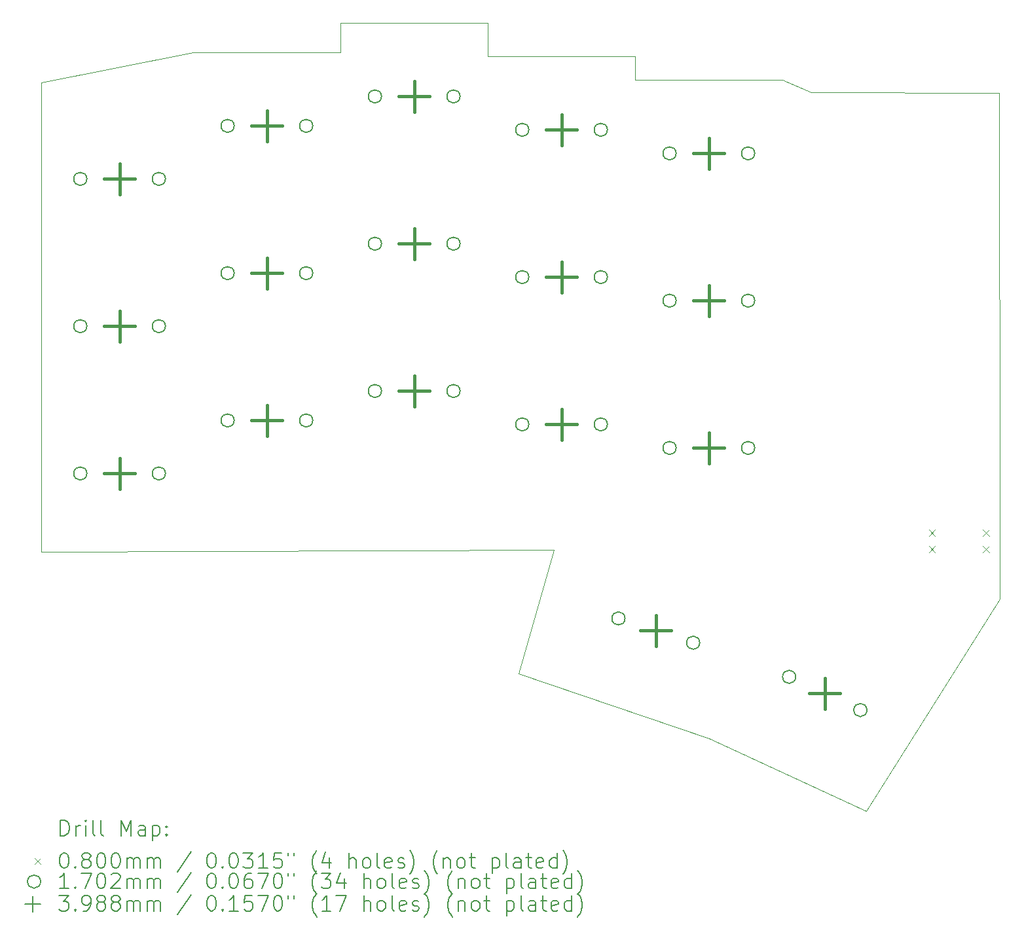
<source format=gbr>
%FSLAX45Y45*%
G04 Gerber Fmt 4.5, Leading zero omitted, Abs format (unit mm)*
G04 Created by KiCad (PCBNEW (6.0.4)) date 2022-11-15 10:20:31*
%MOMM*%
%LPD*%
G01*
G04 APERTURE LIST*
%TA.AperFunction,Profile*%
%ADD10C,0.100000*%
%TD*%
%ADD11C,0.200000*%
%ADD12C,0.080000*%
%ADD13C,0.170180*%
%ADD14C,0.398780*%
G04 APERTURE END LIST*
D10*
X12010894Y-13568238D02*
X14474694Y-14406438D01*
X11617094Y-5148238D02*
X9712094Y-5149238D01*
X9712094Y-5149238D02*
X9711094Y-5528238D01*
X18228094Y-6058238D02*
X18233894Y-11358438D01*
X11618094Y-5579238D02*
X11617094Y-5148238D01*
X15795494Y-6049838D02*
X15429094Y-5884238D01*
X18233894Y-12603038D02*
X18233894Y-11358438D01*
X13523094Y-5581238D02*
X11618094Y-5579238D01*
X9711094Y-5528238D02*
X7807094Y-5529238D01*
X13521094Y-5883238D02*
X13523094Y-5581238D01*
X14474694Y-14406438D02*
X16506694Y-15346238D01*
X16506694Y-15346238D02*
X18233894Y-12603038D01*
X7807094Y-5529238D02*
X5838694Y-5922838D01*
X5838694Y-11993438D02*
X12468094Y-11968038D01*
X5838694Y-5922838D02*
X5838694Y-11993438D01*
X15429094Y-5884238D02*
X13521094Y-5883238D01*
X12468094Y-11968038D02*
X12010894Y-13568238D01*
X15795494Y-6049838D02*
X18228094Y-6058238D01*
D11*
D12*
X17320344Y-11705238D02*
X17400344Y-11785238D01*
X17400344Y-11705238D02*
X17320344Y-11785238D01*
X17320344Y-11915238D02*
X17400344Y-11995238D01*
X17400344Y-11915238D02*
X17320344Y-11995238D01*
X18020344Y-11705238D02*
X18100344Y-11785238D01*
X18100344Y-11705238D02*
X18020344Y-11785238D01*
X18020344Y-11915238D02*
X18100344Y-11995238D01*
X18100344Y-11915238D02*
X18020344Y-11995238D01*
D13*
X6431784Y-7167438D02*
G75*
G03*
X6431784Y-7167438I-85090J0D01*
G01*
X6431784Y-9072438D02*
G75*
G03*
X6431784Y-9072438I-85090J0D01*
G01*
X6431784Y-10977438D02*
G75*
G03*
X6431784Y-10977438I-85090J0D01*
G01*
X7447784Y-7167438D02*
G75*
G03*
X7447784Y-7167438I-85090J0D01*
G01*
X7447784Y-9072438D02*
G75*
G03*
X7447784Y-9072438I-85090J0D01*
G01*
X7447784Y-10977438D02*
G75*
G03*
X7447784Y-10977438I-85090J0D01*
G01*
X8336784Y-6481638D02*
G75*
G03*
X8336784Y-6481638I-85090J0D01*
G01*
X8336784Y-8386638D02*
G75*
G03*
X8336784Y-8386638I-85090J0D01*
G01*
X8336784Y-10291638D02*
G75*
G03*
X8336784Y-10291638I-85090J0D01*
G01*
X9352784Y-6481638D02*
G75*
G03*
X9352784Y-6481638I-85090J0D01*
G01*
X9352784Y-8386638D02*
G75*
G03*
X9352784Y-8386638I-85090J0D01*
G01*
X9352784Y-10291638D02*
G75*
G03*
X9352784Y-10291638I-85090J0D01*
G01*
X10241784Y-6100638D02*
G75*
G03*
X10241784Y-6100638I-85090J0D01*
G01*
X10241784Y-8005638D02*
G75*
G03*
X10241784Y-8005638I-85090J0D01*
G01*
X10241784Y-9910638D02*
G75*
G03*
X10241784Y-9910638I-85090J0D01*
G01*
X11257784Y-6100638D02*
G75*
G03*
X11257784Y-6100638I-85090J0D01*
G01*
X11257784Y-8005638D02*
G75*
G03*
X11257784Y-8005638I-85090J0D01*
G01*
X11257784Y-9910638D02*
G75*
G03*
X11257784Y-9910638I-85090J0D01*
G01*
X12146784Y-6532438D02*
G75*
G03*
X12146784Y-6532438I-85090J0D01*
G01*
X12146784Y-8437438D02*
G75*
G03*
X12146784Y-8437438I-85090J0D01*
G01*
X12146784Y-10342438D02*
G75*
G03*
X12146784Y-10342438I-85090J0D01*
G01*
X13162784Y-6532438D02*
G75*
G03*
X13162784Y-6532438I-85090J0D01*
G01*
X13162784Y-8437438D02*
G75*
G03*
X13162784Y-8437438I-85090J0D01*
G01*
X13162784Y-10342438D02*
G75*
G03*
X13162784Y-10342438I-85090J0D01*
G01*
X13390848Y-12852457D02*
G75*
G03*
X13390848Y-12852457I-85090J0D01*
G01*
X14051784Y-6837238D02*
G75*
G03*
X14051784Y-6837238I-85090J0D01*
G01*
X14051784Y-8742238D02*
G75*
G03*
X14051784Y-8742238I-85090J0D01*
G01*
X14051784Y-10647238D02*
G75*
G03*
X14051784Y-10647238I-85090J0D01*
G01*
X14357121Y-13166418D02*
G75*
G03*
X14357121Y-13166418I-85090J0D01*
G01*
X15067784Y-6837238D02*
G75*
G03*
X15067784Y-6837238I-85090J0D01*
G01*
X15067784Y-8742238D02*
G75*
G03*
X15067784Y-8742238I-85090J0D01*
G01*
X15067784Y-10647238D02*
G75*
G03*
X15067784Y-10647238I-85090J0D01*
G01*
X15597980Y-13607548D02*
G75*
G03*
X15597980Y-13607548I-85090J0D01*
G01*
X16518789Y-14036928D02*
G75*
G03*
X16518789Y-14036928I-85090J0D01*
G01*
D14*
X6854694Y-6968048D02*
X6854694Y-7366828D01*
X6655304Y-7167438D02*
X7054084Y-7167438D01*
X6854694Y-8873048D02*
X6854694Y-9271828D01*
X6655304Y-9072438D02*
X7054084Y-9072438D01*
X6854694Y-10778048D02*
X6854694Y-11176828D01*
X6655304Y-10977438D02*
X7054084Y-10977438D01*
X8759694Y-6282248D02*
X8759694Y-6681028D01*
X8560304Y-6481638D02*
X8959084Y-6481638D01*
X8759694Y-8187248D02*
X8759694Y-8586028D01*
X8560304Y-8386638D02*
X8959084Y-8386638D01*
X8759694Y-10092248D02*
X8759694Y-10491028D01*
X8560304Y-10291638D02*
X8959084Y-10291638D01*
X10664694Y-5901248D02*
X10664694Y-6300028D01*
X10465304Y-6100638D02*
X10864084Y-6100638D01*
X10664694Y-7806248D02*
X10664694Y-8205028D01*
X10465304Y-8005638D02*
X10864084Y-8005638D01*
X10664694Y-9711248D02*
X10664694Y-10110028D01*
X10465304Y-9910638D02*
X10864084Y-9910638D01*
X12569694Y-6333048D02*
X12569694Y-6731828D01*
X12370304Y-6532438D02*
X12769084Y-6532438D01*
X12569694Y-8238048D02*
X12569694Y-8636828D01*
X12370304Y-8437438D02*
X12769084Y-8437438D01*
X12569694Y-10143048D02*
X12569694Y-10541828D01*
X12370304Y-10342438D02*
X12769084Y-10342438D01*
X13788894Y-12810048D02*
X13788894Y-13208828D01*
X13589504Y-13009438D02*
X13988284Y-13009438D01*
X14474694Y-6637848D02*
X14474694Y-7036628D01*
X14275304Y-6837238D02*
X14674084Y-6837238D01*
X14474694Y-8542848D02*
X14474694Y-8941628D01*
X14275304Y-8742238D02*
X14674084Y-8742238D01*
X14474694Y-10447848D02*
X14474694Y-10846628D01*
X14275304Y-10647238D02*
X14674084Y-10647238D01*
X15973294Y-13622848D02*
X15973294Y-14021628D01*
X15773904Y-13822238D02*
X16172684Y-13822238D01*
D11*
X6091313Y-15661714D02*
X6091313Y-15461714D01*
X6138932Y-15461714D01*
X6167504Y-15471238D01*
X6186551Y-15490285D01*
X6196075Y-15509333D01*
X6205599Y-15547428D01*
X6205599Y-15576000D01*
X6196075Y-15614095D01*
X6186551Y-15633143D01*
X6167504Y-15652190D01*
X6138932Y-15661714D01*
X6091313Y-15661714D01*
X6291313Y-15661714D02*
X6291313Y-15528381D01*
X6291313Y-15566476D02*
X6300837Y-15547428D01*
X6310361Y-15537904D01*
X6329408Y-15528381D01*
X6348456Y-15528381D01*
X6415123Y-15661714D02*
X6415123Y-15528381D01*
X6415123Y-15461714D02*
X6405599Y-15471238D01*
X6415123Y-15480762D01*
X6424647Y-15471238D01*
X6415123Y-15461714D01*
X6415123Y-15480762D01*
X6538932Y-15661714D02*
X6519885Y-15652190D01*
X6510361Y-15633143D01*
X6510361Y-15461714D01*
X6643694Y-15661714D02*
X6624647Y-15652190D01*
X6615123Y-15633143D01*
X6615123Y-15461714D01*
X6872266Y-15661714D02*
X6872266Y-15461714D01*
X6938932Y-15604571D01*
X7005599Y-15461714D01*
X7005599Y-15661714D01*
X7186551Y-15661714D02*
X7186551Y-15556952D01*
X7177028Y-15537904D01*
X7157980Y-15528381D01*
X7119885Y-15528381D01*
X7100837Y-15537904D01*
X7186551Y-15652190D02*
X7167504Y-15661714D01*
X7119885Y-15661714D01*
X7100837Y-15652190D01*
X7091313Y-15633143D01*
X7091313Y-15614095D01*
X7100837Y-15595047D01*
X7119885Y-15585524D01*
X7167504Y-15585524D01*
X7186551Y-15576000D01*
X7281789Y-15528381D02*
X7281789Y-15728381D01*
X7281789Y-15537904D02*
X7300837Y-15528381D01*
X7338932Y-15528381D01*
X7357980Y-15537904D01*
X7367504Y-15547428D01*
X7377028Y-15566476D01*
X7377028Y-15623619D01*
X7367504Y-15642666D01*
X7357980Y-15652190D01*
X7338932Y-15661714D01*
X7300837Y-15661714D01*
X7281789Y-15652190D01*
X7462742Y-15642666D02*
X7472266Y-15652190D01*
X7462742Y-15661714D01*
X7453218Y-15652190D01*
X7462742Y-15642666D01*
X7462742Y-15661714D01*
X7462742Y-15537904D02*
X7472266Y-15547428D01*
X7462742Y-15556952D01*
X7453218Y-15547428D01*
X7462742Y-15537904D01*
X7462742Y-15556952D01*
D12*
X5753694Y-15951238D02*
X5833694Y-16031238D01*
X5833694Y-15951238D02*
X5753694Y-16031238D01*
D11*
X6129408Y-15881714D02*
X6148456Y-15881714D01*
X6167504Y-15891238D01*
X6177028Y-15900762D01*
X6186551Y-15919809D01*
X6196075Y-15957904D01*
X6196075Y-16005524D01*
X6186551Y-16043619D01*
X6177028Y-16062666D01*
X6167504Y-16072190D01*
X6148456Y-16081714D01*
X6129408Y-16081714D01*
X6110361Y-16072190D01*
X6100837Y-16062666D01*
X6091313Y-16043619D01*
X6081789Y-16005524D01*
X6081789Y-15957904D01*
X6091313Y-15919809D01*
X6100837Y-15900762D01*
X6110361Y-15891238D01*
X6129408Y-15881714D01*
X6281789Y-16062666D02*
X6291313Y-16072190D01*
X6281789Y-16081714D01*
X6272266Y-16072190D01*
X6281789Y-16062666D01*
X6281789Y-16081714D01*
X6405599Y-15967428D02*
X6386551Y-15957904D01*
X6377028Y-15948381D01*
X6367504Y-15929333D01*
X6367504Y-15919809D01*
X6377028Y-15900762D01*
X6386551Y-15891238D01*
X6405599Y-15881714D01*
X6443694Y-15881714D01*
X6462742Y-15891238D01*
X6472266Y-15900762D01*
X6481789Y-15919809D01*
X6481789Y-15929333D01*
X6472266Y-15948381D01*
X6462742Y-15957904D01*
X6443694Y-15967428D01*
X6405599Y-15967428D01*
X6386551Y-15976952D01*
X6377028Y-15986476D01*
X6367504Y-16005524D01*
X6367504Y-16043619D01*
X6377028Y-16062666D01*
X6386551Y-16072190D01*
X6405599Y-16081714D01*
X6443694Y-16081714D01*
X6462742Y-16072190D01*
X6472266Y-16062666D01*
X6481789Y-16043619D01*
X6481789Y-16005524D01*
X6472266Y-15986476D01*
X6462742Y-15976952D01*
X6443694Y-15967428D01*
X6605599Y-15881714D02*
X6624647Y-15881714D01*
X6643694Y-15891238D01*
X6653218Y-15900762D01*
X6662742Y-15919809D01*
X6672266Y-15957904D01*
X6672266Y-16005524D01*
X6662742Y-16043619D01*
X6653218Y-16062666D01*
X6643694Y-16072190D01*
X6624647Y-16081714D01*
X6605599Y-16081714D01*
X6586551Y-16072190D01*
X6577028Y-16062666D01*
X6567504Y-16043619D01*
X6557980Y-16005524D01*
X6557980Y-15957904D01*
X6567504Y-15919809D01*
X6577028Y-15900762D01*
X6586551Y-15891238D01*
X6605599Y-15881714D01*
X6796075Y-15881714D02*
X6815123Y-15881714D01*
X6834170Y-15891238D01*
X6843694Y-15900762D01*
X6853218Y-15919809D01*
X6862742Y-15957904D01*
X6862742Y-16005524D01*
X6853218Y-16043619D01*
X6843694Y-16062666D01*
X6834170Y-16072190D01*
X6815123Y-16081714D01*
X6796075Y-16081714D01*
X6777028Y-16072190D01*
X6767504Y-16062666D01*
X6757980Y-16043619D01*
X6748456Y-16005524D01*
X6748456Y-15957904D01*
X6757980Y-15919809D01*
X6767504Y-15900762D01*
X6777028Y-15891238D01*
X6796075Y-15881714D01*
X6948456Y-16081714D02*
X6948456Y-15948381D01*
X6948456Y-15967428D02*
X6957980Y-15957904D01*
X6977028Y-15948381D01*
X7005599Y-15948381D01*
X7024647Y-15957904D01*
X7034170Y-15976952D01*
X7034170Y-16081714D01*
X7034170Y-15976952D02*
X7043694Y-15957904D01*
X7062742Y-15948381D01*
X7091313Y-15948381D01*
X7110361Y-15957904D01*
X7119885Y-15976952D01*
X7119885Y-16081714D01*
X7215123Y-16081714D02*
X7215123Y-15948381D01*
X7215123Y-15967428D02*
X7224647Y-15957904D01*
X7243694Y-15948381D01*
X7272266Y-15948381D01*
X7291313Y-15957904D01*
X7300837Y-15976952D01*
X7300837Y-16081714D01*
X7300837Y-15976952D02*
X7310361Y-15957904D01*
X7329408Y-15948381D01*
X7357980Y-15948381D01*
X7377028Y-15957904D01*
X7386551Y-15976952D01*
X7386551Y-16081714D01*
X7777028Y-15872190D02*
X7605599Y-16129333D01*
X8034170Y-15881714D02*
X8053218Y-15881714D01*
X8072266Y-15891238D01*
X8081789Y-15900762D01*
X8091313Y-15919809D01*
X8100837Y-15957904D01*
X8100837Y-16005524D01*
X8091313Y-16043619D01*
X8081789Y-16062666D01*
X8072266Y-16072190D01*
X8053218Y-16081714D01*
X8034170Y-16081714D01*
X8015123Y-16072190D01*
X8005599Y-16062666D01*
X7996075Y-16043619D01*
X7986551Y-16005524D01*
X7986551Y-15957904D01*
X7996075Y-15919809D01*
X8005599Y-15900762D01*
X8015123Y-15891238D01*
X8034170Y-15881714D01*
X8186551Y-16062666D02*
X8196075Y-16072190D01*
X8186551Y-16081714D01*
X8177028Y-16072190D01*
X8186551Y-16062666D01*
X8186551Y-16081714D01*
X8319885Y-15881714D02*
X8338932Y-15881714D01*
X8357980Y-15891238D01*
X8367504Y-15900762D01*
X8377028Y-15919809D01*
X8386551Y-15957904D01*
X8386551Y-16005524D01*
X8377028Y-16043619D01*
X8367504Y-16062666D01*
X8357980Y-16072190D01*
X8338932Y-16081714D01*
X8319885Y-16081714D01*
X8300837Y-16072190D01*
X8291313Y-16062666D01*
X8281789Y-16043619D01*
X8272266Y-16005524D01*
X8272266Y-15957904D01*
X8281789Y-15919809D01*
X8291313Y-15900762D01*
X8300837Y-15891238D01*
X8319885Y-15881714D01*
X8453218Y-15881714D02*
X8577028Y-15881714D01*
X8510361Y-15957904D01*
X8538932Y-15957904D01*
X8557980Y-15967428D01*
X8567504Y-15976952D01*
X8577028Y-15996000D01*
X8577028Y-16043619D01*
X8567504Y-16062666D01*
X8557980Y-16072190D01*
X8538932Y-16081714D01*
X8481790Y-16081714D01*
X8462742Y-16072190D01*
X8453218Y-16062666D01*
X8767504Y-16081714D02*
X8653218Y-16081714D01*
X8710361Y-16081714D02*
X8710361Y-15881714D01*
X8691313Y-15910285D01*
X8672266Y-15929333D01*
X8653218Y-15938857D01*
X8948456Y-15881714D02*
X8853218Y-15881714D01*
X8843694Y-15976952D01*
X8853218Y-15967428D01*
X8872266Y-15957904D01*
X8919885Y-15957904D01*
X8938932Y-15967428D01*
X8948456Y-15976952D01*
X8957980Y-15996000D01*
X8957980Y-16043619D01*
X8948456Y-16062666D01*
X8938932Y-16072190D01*
X8919885Y-16081714D01*
X8872266Y-16081714D01*
X8853218Y-16072190D01*
X8843694Y-16062666D01*
X9034170Y-15881714D02*
X9034170Y-15919809D01*
X9110361Y-15881714D02*
X9110361Y-15919809D01*
X9405599Y-16157904D02*
X9396075Y-16148381D01*
X9377028Y-16119809D01*
X9367504Y-16100762D01*
X9357980Y-16072190D01*
X9348456Y-16024571D01*
X9348456Y-15986476D01*
X9357980Y-15938857D01*
X9367504Y-15910285D01*
X9377028Y-15891238D01*
X9396075Y-15862666D01*
X9405599Y-15853143D01*
X9567504Y-15948381D02*
X9567504Y-16081714D01*
X9519885Y-15872190D02*
X9472266Y-16015047D01*
X9596075Y-16015047D01*
X9824647Y-16081714D02*
X9824647Y-15881714D01*
X9910361Y-16081714D02*
X9910361Y-15976952D01*
X9900837Y-15957904D01*
X9881790Y-15948381D01*
X9853218Y-15948381D01*
X9834170Y-15957904D01*
X9824647Y-15967428D01*
X10034170Y-16081714D02*
X10015123Y-16072190D01*
X10005599Y-16062666D01*
X9996075Y-16043619D01*
X9996075Y-15986476D01*
X10005599Y-15967428D01*
X10015123Y-15957904D01*
X10034170Y-15948381D01*
X10062742Y-15948381D01*
X10081790Y-15957904D01*
X10091313Y-15967428D01*
X10100837Y-15986476D01*
X10100837Y-16043619D01*
X10091313Y-16062666D01*
X10081790Y-16072190D01*
X10062742Y-16081714D01*
X10034170Y-16081714D01*
X10215123Y-16081714D02*
X10196075Y-16072190D01*
X10186551Y-16053143D01*
X10186551Y-15881714D01*
X10367504Y-16072190D02*
X10348456Y-16081714D01*
X10310361Y-16081714D01*
X10291313Y-16072190D01*
X10281790Y-16053143D01*
X10281790Y-15976952D01*
X10291313Y-15957904D01*
X10310361Y-15948381D01*
X10348456Y-15948381D01*
X10367504Y-15957904D01*
X10377028Y-15976952D01*
X10377028Y-15996000D01*
X10281790Y-16015047D01*
X10453218Y-16072190D02*
X10472266Y-16081714D01*
X10510361Y-16081714D01*
X10529409Y-16072190D01*
X10538932Y-16053143D01*
X10538932Y-16043619D01*
X10529409Y-16024571D01*
X10510361Y-16015047D01*
X10481790Y-16015047D01*
X10462742Y-16005524D01*
X10453218Y-15986476D01*
X10453218Y-15976952D01*
X10462742Y-15957904D01*
X10481790Y-15948381D01*
X10510361Y-15948381D01*
X10529409Y-15957904D01*
X10605599Y-16157904D02*
X10615123Y-16148381D01*
X10634170Y-16119809D01*
X10643694Y-16100762D01*
X10653218Y-16072190D01*
X10662742Y-16024571D01*
X10662742Y-15986476D01*
X10653218Y-15938857D01*
X10643694Y-15910285D01*
X10634170Y-15891238D01*
X10615123Y-15862666D01*
X10605599Y-15853143D01*
X10967504Y-16157904D02*
X10957980Y-16148381D01*
X10938932Y-16119809D01*
X10929409Y-16100762D01*
X10919885Y-16072190D01*
X10910361Y-16024571D01*
X10910361Y-15986476D01*
X10919885Y-15938857D01*
X10929409Y-15910285D01*
X10938932Y-15891238D01*
X10957980Y-15862666D01*
X10967504Y-15853143D01*
X11043694Y-15948381D02*
X11043694Y-16081714D01*
X11043694Y-15967428D02*
X11053218Y-15957904D01*
X11072266Y-15948381D01*
X11100837Y-15948381D01*
X11119885Y-15957904D01*
X11129409Y-15976952D01*
X11129409Y-16081714D01*
X11253218Y-16081714D02*
X11234170Y-16072190D01*
X11224647Y-16062666D01*
X11215123Y-16043619D01*
X11215123Y-15986476D01*
X11224647Y-15967428D01*
X11234170Y-15957904D01*
X11253218Y-15948381D01*
X11281789Y-15948381D01*
X11300837Y-15957904D01*
X11310361Y-15967428D01*
X11319885Y-15986476D01*
X11319885Y-16043619D01*
X11310361Y-16062666D01*
X11300837Y-16072190D01*
X11281789Y-16081714D01*
X11253218Y-16081714D01*
X11377028Y-15948381D02*
X11453218Y-15948381D01*
X11405599Y-15881714D02*
X11405599Y-16053143D01*
X11415123Y-16072190D01*
X11434170Y-16081714D01*
X11453218Y-16081714D01*
X11672266Y-15948381D02*
X11672266Y-16148381D01*
X11672266Y-15957904D02*
X11691313Y-15948381D01*
X11729408Y-15948381D01*
X11748456Y-15957904D01*
X11757980Y-15967428D01*
X11767504Y-15986476D01*
X11767504Y-16043619D01*
X11757980Y-16062666D01*
X11748456Y-16072190D01*
X11729408Y-16081714D01*
X11691313Y-16081714D01*
X11672266Y-16072190D01*
X11881789Y-16081714D02*
X11862742Y-16072190D01*
X11853218Y-16053143D01*
X11853218Y-15881714D01*
X12043694Y-16081714D02*
X12043694Y-15976952D01*
X12034170Y-15957904D01*
X12015123Y-15948381D01*
X11977028Y-15948381D01*
X11957980Y-15957904D01*
X12043694Y-16072190D02*
X12024647Y-16081714D01*
X11977028Y-16081714D01*
X11957980Y-16072190D01*
X11948456Y-16053143D01*
X11948456Y-16034095D01*
X11957980Y-16015047D01*
X11977028Y-16005524D01*
X12024647Y-16005524D01*
X12043694Y-15996000D01*
X12110361Y-15948381D02*
X12186551Y-15948381D01*
X12138932Y-15881714D02*
X12138932Y-16053143D01*
X12148456Y-16072190D01*
X12167504Y-16081714D01*
X12186551Y-16081714D01*
X12329408Y-16072190D02*
X12310361Y-16081714D01*
X12272266Y-16081714D01*
X12253218Y-16072190D01*
X12243694Y-16053143D01*
X12243694Y-15976952D01*
X12253218Y-15957904D01*
X12272266Y-15948381D01*
X12310361Y-15948381D01*
X12329408Y-15957904D01*
X12338932Y-15976952D01*
X12338932Y-15996000D01*
X12243694Y-16015047D01*
X12510361Y-16081714D02*
X12510361Y-15881714D01*
X12510361Y-16072190D02*
X12491313Y-16081714D01*
X12453218Y-16081714D01*
X12434170Y-16072190D01*
X12424647Y-16062666D01*
X12415123Y-16043619D01*
X12415123Y-15986476D01*
X12424647Y-15967428D01*
X12434170Y-15957904D01*
X12453218Y-15948381D01*
X12491313Y-15948381D01*
X12510361Y-15957904D01*
X12586551Y-16157904D02*
X12596075Y-16148381D01*
X12615123Y-16119809D01*
X12624647Y-16100762D01*
X12634170Y-16072190D01*
X12643694Y-16024571D01*
X12643694Y-15986476D01*
X12634170Y-15938857D01*
X12624647Y-15910285D01*
X12615123Y-15891238D01*
X12596075Y-15862666D01*
X12586551Y-15853143D01*
D13*
X5833694Y-16255238D02*
G75*
G03*
X5833694Y-16255238I-85090J0D01*
G01*
D11*
X6196075Y-16345714D02*
X6081789Y-16345714D01*
X6138932Y-16345714D02*
X6138932Y-16145714D01*
X6119885Y-16174285D01*
X6100837Y-16193333D01*
X6081789Y-16202857D01*
X6281789Y-16326666D02*
X6291313Y-16336190D01*
X6281789Y-16345714D01*
X6272266Y-16336190D01*
X6281789Y-16326666D01*
X6281789Y-16345714D01*
X6357980Y-16145714D02*
X6491313Y-16145714D01*
X6405599Y-16345714D01*
X6605599Y-16145714D02*
X6624647Y-16145714D01*
X6643694Y-16155238D01*
X6653218Y-16164762D01*
X6662742Y-16183809D01*
X6672266Y-16221904D01*
X6672266Y-16269524D01*
X6662742Y-16307619D01*
X6653218Y-16326666D01*
X6643694Y-16336190D01*
X6624647Y-16345714D01*
X6605599Y-16345714D01*
X6586551Y-16336190D01*
X6577028Y-16326666D01*
X6567504Y-16307619D01*
X6557980Y-16269524D01*
X6557980Y-16221904D01*
X6567504Y-16183809D01*
X6577028Y-16164762D01*
X6586551Y-16155238D01*
X6605599Y-16145714D01*
X6748456Y-16164762D02*
X6757980Y-16155238D01*
X6777028Y-16145714D01*
X6824647Y-16145714D01*
X6843694Y-16155238D01*
X6853218Y-16164762D01*
X6862742Y-16183809D01*
X6862742Y-16202857D01*
X6853218Y-16231428D01*
X6738932Y-16345714D01*
X6862742Y-16345714D01*
X6948456Y-16345714D02*
X6948456Y-16212381D01*
X6948456Y-16231428D02*
X6957980Y-16221904D01*
X6977028Y-16212381D01*
X7005599Y-16212381D01*
X7024647Y-16221904D01*
X7034170Y-16240952D01*
X7034170Y-16345714D01*
X7034170Y-16240952D02*
X7043694Y-16221904D01*
X7062742Y-16212381D01*
X7091313Y-16212381D01*
X7110361Y-16221904D01*
X7119885Y-16240952D01*
X7119885Y-16345714D01*
X7215123Y-16345714D02*
X7215123Y-16212381D01*
X7215123Y-16231428D02*
X7224647Y-16221904D01*
X7243694Y-16212381D01*
X7272266Y-16212381D01*
X7291313Y-16221904D01*
X7300837Y-16240952D01*
X7300837Y-16345714D01*
X7300837Y-16240952D02*
X7310361Y-16221904D01*
X7329408Y-16212381D01*
X7357980Y-16212381D01*
X7377028Y-16221904D01*
X7386551Y-16240952D01*
X7386551Y-16345714D01*
X7777028Y-16136190D02*
X7605599Y-16393333D01*
X8034170Y-16145714D02*
X8053218Y-16145714D01*
X8072266Y-16155238D01*
X8081789Y-16164762D01*
X8091313Y-16183809D01*
X8100837Y-16221904D01*
X8100837Y-16269524D01*
X8091313Y-16307619D01*
X8081789Y-16326666D01*
X8072266Y-16336190D01*
X8053218Y-16345714D01*
X8034170Y-16345714D01*
X8015123Y-16336190D01*
X8005599Y-16326666D01*
X7996075Y-16307619D01*
X7986551Y-16269524D01*
X7986551Y-16221904D01*
X7996075Y-16183809D01*
X8005599Y-16164762D01*
X8015123Y-16155238D01*
X8034170Y-16145714D01*
X8186551Y-16326666D02*
X8196075Y-16336190D01*
X8186551Y-16345714D01*
X8177028Y-16336190D01*
X8186551Y-16326666D01*
X8186551Y-16345714D01*
X8319885Y-16145714D02*
X8338932Y-16145714D01*
X8357980Y-16155238D01*
X8367504Y-16164762D01*
X8377028Y-16183809D01*
X8386551Y-16221904D01*
X8386551Y-16269524D01*
X8377028Y-16307619D01*
X8367504Y-16326666D01*
X8357980Y-16336190D01*
X8338932Y-16345714D01*
X8319885Y-16345714D01*
X8300837Y-16336190D01*
X8291313Y-16326666D01*
X8281789Y-16307619D01*
X8272266Y-16269524D01*
X8272266Y-16221904D01*
X8281789Y-16183809D01*
X8291313Y-16164762D01*
X8300837Y-16155238D01*
X8319885Y-16145714D01*
X8557980Y-16145714D02*
X8519885Y-16145714D01*
X8500837Y-16155238D01*
X8491313Y-16164762D01*
X8472266Y-16193333D01*
X8462742Y-16231428D01*
X8462742Y-16307619D01*
X8472266Y-16326666D01*
X8481790Y-16336190D01*
X8500837Y-16345714D01*
X8538932Y-16345714D01*
X8557980Y-16336190D01*
X8567504Y-16326666D01*
X8577028Y-16307619D01*
X8577028Y-16260000D01*
X8567504Y-16240952D01*
X8557980Y-16231428D01*
X8538932Y-16221904D01*
X8500837Y-16221904D01*
X8481790Y-16231428D01*
X8472266Y-16240952D01*
X8462742Y-16260000D01*
X8643694Y-16145714D02*
X8777028Y-16145714D01*
X8691313Y-16345714D01*
X8891313Y-16145714D02*
X8910361Y-16145714D01*
X8929409Y-16155238D01*
X8938932Y-16164762D01*
X8948456Y-16183809D01*
X8957980Y-16221904D01*
X8957980Y-16269524D01*
X8948456Y-16307619D01*
X8938932Y-16326666D01*
X8929409Y-16336190D01*
X8910361Y-16345714D01*
X8891313Y-16345714D01*
X8872266Y-16336190D01*
X8862742Y-16326666D01*
X8853218Y-16307619D01*
X8843694Y-16269524D01*
X8843694Y-16221904D01*
X8853218Y-16183809D01*
X8862742Y-16164762D01*
X8872266Y-16155238D01*
X8891313Y-16145714D01*
X9034170Y-16145714D02*
X9034170Y-16183809D01*
X9110361Y-16145714D02*
X9110361Y-16183809D01*
X9405599Y-16421904D02*
X9396075Y-16412381D01*
X9377028Y-16383809D01*
X9367504Y-16364762D01*
X9357980Y-16336190D01*
X9348456Y-16288571D01*
X9348456Y-16250476D01*
X9357980Y-16202857D01*
X9367504Y-16174285D01*
X9377028Y-16155238D01*
X9396075Y-16126666D01*
X9405599Y-16117143D01*
X9462742Y-16145714D02*
X9586551Y-16145714D01*
X9519885Y-16221904D01*
X9548456Y-16221904D01*
X9567504Y-16231428D01*
X9577028Y-16240952D01*
X9586551Y-16260000D01*
X9586551Y-16307619D01*
X9577028Y-16326666D01*
X9567504Y-16336190D01*
X9548456Y-16345714D01*
X9491313Y-16345714D01*
X9472266Y-16336190D01*
X9462742Y-16326666D01*
X9757980Y-16212381D02*
X9757980Y-16345714D01*
X9710361Y-16136190D02*
X9662742Y-16279047D01*
X9786551Y-16279047D01*
X10015123Y-16345714D02*
X10015123Y-16145714D01*
X10100837Y-16345714D02*
X10100837Y-16240952D01*
X10091313Y-16221904D01*
X10072266Y-16212381D01*
X10043694Y-16212381D01*
X10024647Y-16221904D01*
X10015123Y-16231428D01*
X10224647Y-16345714D02*
X10205599Y-16336190D01*
X10196075Y-16326666D01*
X10186551Y-16307619D01*
X10186551Y-16250476D01*
X10196075Y-16231428D01*
X10205599Y-16221904D01*
X10224647Y-16212381D01*
X10253218Y-16212381D01*
X10272266Y-16221904D01*
X10281790Y-16231428D01*
X10291313Y-16250476D01*
X10291313Y-16307619D01*
X10281790Y-16326666D01*
X10272266Y-16336190D01*
X10253218Y-16345714D01*
X10224647Y-16345714D01*
X10405599Y-16345714D02*
X10386551Y-16336190D01*
X10377028Y-16317143D01*
X10377028Y-16145714D01*
X10557980Y-16336190D02*
X10538932Y-16345714D01*
X10500837Y-16345714D01*
X10481790Y-16336190D01*
X10472266Y-16317143D01*
X10472266Y-16240952D01*
X10481790Y-16221904D01*
X10500837Y-16212381D01*
X10538932Y-16212381D01*
X10557980Y-16221904D01*
X10567504Y-16240952D01*
X10567504Y-16260000D01*
X10472266Y-16279047D01*
X10643694Y-16336190D02*
X10662742Y-16345714D01*
X10700837Y-16345714D01*
X10719885Y-16336190D01*
X10729409Y-16317143D01*
X10729409Y-16307619D01*
X10719885Y-16288571D01*
X10700837Y-16279047D01*
X10672266Y-16279047D01*
X10653218Y-16269524D01*
X10643694Y-16250476D01*
X10643694Y-16240952D01*
X10653218Y-16221904D01*
X10672266Y-16212381D01*
X10700837Y-16212381D01*
X10719885Y-16221904D01*
X10796075Y-16421904D02*
X10805599Y-16412381D01*
X10824647Y-16383809D01*
X10834170Y-16364762D01*
X10843694Y-16336190D01*
X10853218Y-16288571D01*
X10853218Y-16250476D01*
X10843694Y-16202857D01*
X10834170Y-16174285D01*
X10824647Y-16155238D01*
X10805599Y-16126666D01*
X10796075Y-16117143D01*
X11157980Y-16421904D02*
X11148456Y-16412381D01*
X11129409Y-16383809D01*
X11119885Y-16364762D01*
X11110361Y-16336190D01*
X11100837Y-16288571D01*
X11100837Y-16250476D01*
X11110361Y-16202857D01*
X11119885Y-16174285D01*
X11129409Y-16155238D01*
X11148456Y-16126666D01*
X11157980Y-16117143D01*
X11234170Y-16212381D02*
X11234170Y-16345714D01*
X11234170Y-16231428D02*
X11243694Y-16221904D01*
X11262742Y-16212381D01*
X11291313Y-16212381D01*
X11310361Y-16221904D01*
X11319885Y-16240952D01*
X11319885Y-16345714D01*
X11443694Y-16345714D02*
X11424647Y-16336190D01*
X11415123Y-16326666D01*
X11405599Y-16307619D01*
X11405599Y-16250476D01*
X11415123Y-16231428D01*
X11424647Y-16221904D01*
X11443694Y-16212381D01*
X11472266Y-16212381D01*
X11491313Y-16221904D01*
X11500837Y-16231428D01*
X11510361Y-16250476D01*
X11510361Y-16307619D01*
X11500837Y-16326666D01*
X11491313Y-16336190D01*
X11472266Y-16345714D01*
X11443694Y-16345714D01*
X11567504Y-16212381D02*
X11643694Y-16212381D01*
X11596075Y-16145714D02*
X11596075Y-16317143D01*
X11605599Y-16336190D01*
X11624647Y-16345714D01*
X11643694Y-16345714D01*
X11862742Y-16212381D02*
X11862742Y-16412381D01*
X11862742Y-16221904D02*
X11881789Y-16212381D01*
X11919885Y-16212381D01*
X11938932Y-16221904D01*
X11948456Y-16231428D01*
X11957980Y-16250476D01*
X11957980Y-16307619D01*
X11948456Y-16326666D01*
X11938932Y-16336190D01*
X11919885Y-16345714D01*
X11881789Y-16345714D01*
X11862742Y-16336190D01*
X12072266Y-16345714D02*
X12053218Y-16336190D01*
X12043694Y-16317143D01*
X12043694Y-16145714D01*
X12234170Y-16345714D02*
X12234170Y-16240952D01*
X12224647Y-16221904D01*
X12205599Y-16212381D01*
X12167504Y-16212381D01*
X12148456Y-16221904D01*
X12234170Y-16336190D02*
X12215123Y-16345714D01*
X12167504Y-16345714D01*
X12148456Y-16336190D01*
X12138932Y-16317143D01*
X12138932Y-16298095D01*
X12148456Y-16279047D01*
X12167504Y-16269524D01*
X12215123Y-16269524D01*
X12234170Y-16260000D01*
X12300837Y-16212381D02*
X12377028Y-16212381D01*
X12329408Y-16145714D02*
X12329408Y-16317143D01*
X12338932Y-16336190D01*
X12357980Y-16345714D01*
X12377028Y-16345714D01*
X12519885Y-16336190D02*
X12500837Y-16345714D01*
X12462742Y-16345714D01*
X12443694Y-16336190D01*
X12434170Y-16317143D01*
X12434170Y-16240952D01*
X12443694Y-16221904D01*
X12462742Y-16212381D01*
X12500837Y-16212381D01*
X12519885Y-16221904D01*
X12529408Y-16240952D01*
X12529408Y-16260000D01*
X12434170Y-16279047D01*
X12700837Y-16345714D02*
X12700837Y-16145714D01*
X12700837Y-16336190D02*
X12681789Y-16345714D01*
X12643694Y-16345714D01*
X12624647Y-16336190D01*
X12615123Y-16326666D01*
X12605599Y-16307619D01*
X12605599Y-16250476D01*
X12615123Y-16231428D01*
X12624647Y-16221904D01*
X12643694Y-16212381D01*
X12681789Y-16212381D01*
X12700837Y-16221904D01*
X12777028Y-16421904D02*
X12786551Y-16412381D01*
X12805599Y-16383809D01*
X12815123Y-16364762D01*
X12824647Y-16336190D01*
X12834170Y-16288571D01*
X12834170Y-16250476D01*
X12824647Y-16202857D01*
X12815123Y-16174285D01*
X12805599Y-16155238D01*
X12786551Y-16126666D01*
X12777028Y-16117143D01*
X5733694Y-16445418D02*
X5733694Y-16645418D01*
X5633694Y-16545418D02*
X5833694Y-16545418D01*
X6072266Y-16435894D02*
X6196075Y-16435894D01*
X6129408Y-16512084D01*
X6157980Y-16512084D01*
X6177028Y-16521608D01*
X6186551Y-16531132D01*
X6196075Y-16550180D01*
X6196075Y-16597799D01*
X6186551Y-16616846D01*
X6177028Y-16626370D01*
X6157980Y-16635894D01*
X6100837Y-16635894D01*
X6081789Y-16626370D01*
X6072266Y-16616846D01*
X6281789Y-16616846D02*
X6291313Y-16626370D01*
X6281789Y-16635894D01*
X6272266Y-16626370D01*
X6281789Y-16616846D01*
X6281789Y-16635894D01*
X6386551Y-16635894D02*
X6424647Y-16635894D01*
X6443694Y-16626370D01*
X6453218Y-16616846D01*
X6472266Y-16588275D01*
X6481789Y-16550180D01*
X6481789Y-16473989D01*
X6472266Y-16454942D01*
X6462742Y-16445418D01*
X6443694Y-16435894D01*
X6405599Y-16435894D01*
X6386551Y-16445418D01*
X6377028Y-16454942D01*
X6367504Y-16473989D01*
X6367504Y-16521608D01*
X6377028Y-16540656D01*
X6386551Y-16550180D01*
X6405599Y-16559704D01*
X6443694Y-16559704D01*
X6462742Y-16550180D01*
X6472266Y-16540656D01*
X6481789Y-16521608D01*
X6596075Y-16521608D02*
X6577028Y-16512084D01*
X6567504Y-16502561D01*
X6557980Y-16483513D01*
X6557980Y-16473989D01*
X6567504Y-16454942D01*
X6577028Y-16445418D01*
X6596075Y-16435894D01*
X6634170Y-16435894D01*
X6653218Y-16445418D01*
X6662742Y-16454942D01*
X6672266Y-16473989D01*
X6672266Y-16483513D01*
X6662742Y-16502561D01*
X6653218Y-16512084D01*
X6634170Y-16521608D01*
X6596075Y-16521608D01*
X6577028Y-16531132D01*
X6567504Y-16540656D01*
X6557980Y-16559704D01*
X6557980Y-16597799D01*
X6567504Y-16616846D01*
X6577028Y-16626370D01*
X6596075Y-16635894D01*
X6634170Y-16635894D01*
X6653218Y-16626370D01*
X6662742Y-16616846D01*
X6672266Y-16597799D01*
X6672266Y-16559704D01*
X6662742Y-16540656D01*
X6653218Y-16531132D01*
X6634170Y-16521608D01*
X6786551Y-16521608D02*
X6767504Y-16512084D01*
X6757980Y-16502561D01*
X6748456Y-16483513D01*
X6748456Y-16473989D01*
X6757980Y-16454942D01*
X6767504Y-16445418D01*
X6786551Y-16435894D01*
X6824647Y-16435894D01*
X6843694Y-16445418D01*
X6853218Y-16454942D01*
X6862742Y-16473989D01*
X6862742Y-16483513D01*
X6853218Y-16502561D01*
X6843694Y-16512084D01*
X6824647Y-16521608D01*
X6786551Y-16521608D01*
X6767504Y-16531132D01*
X6757980Y-16540656D01*
X6748456Y-16559704D01*
X6748456Y-16597799D01*
X6757980Y-16616846D01*
X6767504Y-16626370D01*
X6786551Y-16635894D01*
X6824647Y-16635894D01*
X6843694Y-16626370D01*
X6853218Y-16616846D01*
X6862742Y-16597799D01*
X6862742Y-16559704D01*
X6853218Y-16540656D01*
X6843694Y-16531132D01*
X6824647Y-16521608D01*
X6948456Y-16635894D02*
X6948456Y-16502561D01*
X6948456Y-16521608D02*
X6957980Y-16512084D01*
X6977028Y-16502561D01*
X7005599Y-16502561D01*
X7024647Y-16512084D01*
X7034170Y-16531132D01*
X7034170Y-16635894D01*
X7034170Y-16531132D02*
X7043694Y-16512084D01*
X7062742Y-16502561D01*
X7091313Y-16502561D01*
X7110361Y-16512084D01*
X7119885Y-16531132D01*
X7119885Y-16635894D01*
X7215123Y-16635894D02*
X7215123Y-16502561D01*
X7215123Y-16521608D02*
X7224647Y-16512084D01*
X7243694Y-16502561D01*
X7272266Y-16502561D01*
X7291313Y-16512084D01*
X7300837Y-16531132D01*
X7300837Y-16635894D01*
X7300837Y-16531132D02*
X7310361Y-16512084D01*
X7329408Y-16502561D01*
X7357980Y-16502561D01*
X7377028Y-16512084D01*
X7386551Y-16531132D01*
X7386551Y-16635894D01*
X7777028Y-16426370D02*
X7605599Y-16683513D01*
X8034170Y-16435894D02*
X8053218Y-16435894D01*
X8072266Y-16445418D01*
X8081789Y-16454942D01*
X8091313Y-16473989D01*
X8100837Y-16512084D01*
X8100837Y-16559704D01*
X8091313Y-16597799D01*
X8081789Y-16616846D01*
X8072266Y-16626370D01*
X8053218Y-16635894D01*
X8034170Y-16635894D01*
X8015123Y-16626370D01*
X8005599Y-16616846D01*
X7996075Y-16597799D01*
X7986551Y-16559704D01*
X7986551Y-16512084D01*
X7996075Y-16473989D01*
X8005599Y-16454942D01*
X8015123Y-16445418D01*
X8034170Y-16435894D01*
X8186551Y-16616846D02*
X8196075Y-16626370D01*
X8186551Y-16635894D01*
X8177028Y-16626370D01*
X8186551Y-16616846D01*
X8186551Y-16635894D01*
X8386551Y-16635894D02*
X8272266Y-16635894D01*
X8329408Y-16635894D02*
X8329408Y-16435894D01*
X8310361Y-16464465D01*
X8291313Y-16483513D01*
X8272266Y-16493037D01*
X8567504Y-16435894D02*
X8472266Y-16435894D01*
X8462742Y-16531132D01*
X8472266Y-16521608D01*
X8491313Y-16512084D01*
X8538932Y-16512084D01*
X8557980Y-16521608D01*
X8567504Y-16531132D01*
X8577028Y-16550180D01*
X8577028Y-16597799D01*
X8567504Y-16616846D01*
X8557980Y-16626370D01*
X8538932Y-16635894D01*
X8491313Y-16635894D01*
X8472266Y-16626370D01*
X8462742Y-16616846D01*
X8643694Y-16435894D02*
X8777028Y-16435894D01*
X8691313Y-16635894D01*
X8891313Y-16435894D02*
X8910361Y-16435894D01*
X8929409Y-16445418D01*
X8938932Y-16454942D01*
X8948456Y-16473989D01*
X8957980Y-16512084D01*
X8957980Y-16559704D01*
X8948456Y-16597799D01*
X8938932Y-16616846D01*
X8929409Y-16626370D01*
X8910361Y-16635894D01*
X8891313Y-16635894D01*
X8872266Y-16626370D01*
X8862742Y-16616846D01*
X8853218Y-16597799D01*
X8843694Y-16559704D01*
X8843694Y-16512084D01*
X8853218Y-16473989D01*
X8862742Y-16454942D01*
X8872266Y-16445418D01*
X8891313Y-16435894D01*
X9034170Y-16435894D02*
X9034170Y-16473989D01*
X9110361Y-16435894D02*
X9110361Y-16473989D01*
X9405599Y-16712084D02*
X9396075Y-16702561D01*
X9377028Y-16673989D01*
X9367504Y-16654942D01*
X9357980Y-16626370D01*
X9348456Y-16578751D01*
X9348456Y-16540656D01*
X9357980Y-16493037D01*
X9367504Y-16464465D01*
X9377028Y-16445418D01*
X9396075Y-16416846D01*
X9405599Y-16407323D01*
X9586551Y-16635894D02*
X9472266Y-16635894D01*
X9529409Y-16635894D02*
X9529409Y-16435894D01*
X9510361Y-16464465D01*
X9491313Y-16483513D01*
X9472266Y-16493037D01*
X9653218Y-16435894D02*
X9786551Y-16435894D01*
X9700837Y-16635894D01*
X10015123Y-16635894D02*
X10015123Y-16435894D01*
X10100837Y-16635894D02*
X10100837Y-16531132D01*
X10091313Y-16512084D01*
X10072266Y-16502561D01*
X10043694Y-16502561D01*
X10024647Y-16512084D01*
X10015123Y-16521608D01*
X10224647Y-16635894D02*
X10205599Y-16626370D01*
X10196075Y-16616846D01*
X10186551Y-16597799D01*
X10186551Y-16540656D01*
X10196075Y-16521608D01*
X10205599Y-16512084D01*
X10224647Y-16502561D01*
X10253218Y-16502561D01*
X10272266Y-16512084D01*
X10281790Y-16521608D01*
X10291313Y-16540656D01*
X10291313Y-16597799D01*
X10281790Y-16616846D01*
X10272266Y-16626370D01*
X10253218Y-16635894D01*
X10224647Y-16635894D01*
X10405599Y-16635894D02*
X10386551Y-16626370D01*
X10377028Y-16607323D01*
X10377028Y-16435894D01*
X10557980Y-16626370D02*
X10538932Y-16635894D01*
X10500837Y-16635894D01*
X10481790Y-16626370D01*
X10472266Y-16607323D01*
X10472266Y-16531132D01*
X10481790Y-16512084D01*
X10500837Y-16502561D01*
X10538932Y-16502561D01*
X10557980Y-16512084D01*
X10567504Y-16531132D01*
X10567504Y-16550180D01*
X10472266Y-16569227D01*
X10643694Y-16626370D02*
X10662742Y-16635894D01*
X10700837Y-16635894D01*
X10719885Y-16626370D01*
X10729409Y-16607323D01*
X10729409Y-16597799D01*
X10719885Y-16578751D01*
X10700837Y-16569227D01*
X10672266Y-16569227D01*
X10653218Y-16559704D01*
X10643694Y-16540656D01*
X10643694Y-16531132D01*
X10653218Y-16512084D01*
X10672266Y-16502561D01*
X10700837Y-16502561D01*
X10719885Y-16512084D01*
X10796075Y-16712084D02*
X10805599Y-16702561D01*
X10824647Y-16673989D01*
X10834170Y-16654942D01*
X10843694Y-16626370D01*
X10853218Y-16578751D01*
X10853218Y-16540656D01*
X10843694Y-16493037D01*
X10834170Y-16464465D01*
X10824647Y-16445418D01*
X10805599Y-16416846D01*
X10796075Y-16407323D01*
X11157980Y-16712084D02*
X11148456Y-16702561D01*
X11129409Y-16673989D01*
X11119885Y-16654942D01*
X11110361Y-16626370D01*
X11100837Y-16578751D01*
X11100837Y-16540656D01*
X11110361Y-16493037D01*
X11119885Y-16464465D01*
X11129409Y-16445418D01*
X11148456Y-16416846D01*
X11157980Y-16407323D01*
X11234170Y-16502561D02*
X11234170Y-16635894D01*
X11234170Y-16521608D02*
X11243694Y-16512084D01*
X11262742Y-16502561D01*
X11291313Y-16502561D01*
X11310361Y-16512084D01*
X11319885Y-16531132D01*
X11319885Y-16635894D01*
X11443694Y-16635894D02*
X11424647Y-16626370D01*
X11415123Y-16616846D01*
X11405599Y-16597799D01*
X11405599Y-16540656D01*
X11415123Y-16521608D01*
X11424647Y-16512084D01*
X11443694Y-16502561D01*
X11472266Y-16502561D01*
X11491313Y-16512084D01*
X11500837Y-16521608D01*
X11510361Y-16540656D01*
X11510361Y-16597799D01*
X11500837Y-16616846D01*
X11491313Y-16626370D01*
X11472266Y-16635894D01*
X11443694Y-16635894D01*
X11567504Y-16502561D02*
X11643694Y-16502561D01*
X11596075Y-16435894D02*
X11596075Y-16607323D01*
X11605599Y-16626370D01*
X11624647Y-16635894D01*
X11643694Y-16635894D01*
X11862742Y-16502561D02*
X11862742Y-16702561D01*
X11862742Y-16512084D02*
X11881789Y-16502561D01*
X11919885Y-16502561D01*
X11938932Y-16512084D01*
X11948456Y-16521608D01*
X11957980Y-16540656D01*
X11957980Y-16597799D01*
X11948456Y-16616846D01*
X11938932Y-16626370D01*
X11919885Y-16635894D01*
X11881789Y-16635894D01*
X11862742Y-16626370D01*
X12072266Y-16635894D02*
X12053218Y-16626370D01*
X12043694Y-16607323D01*
X12043694Y-16435894D01*
X12234170Y-16635894D02*
X12234170Y-16531132D01*
X12224647Y-16512084D01*
X12205599Y-16502561D01*
X12167504Y-16502561D01*
X12148456Y-16512084D01*
X12234170Y-16626370D02*
X12215123Y-16635894D01*
X12167504Y-16635894D01*
X12148456Y-16626370D01*
X12138932Y-16607323D01*
X12138932Y-16588275D01*
X12148456Y-16569227D01*
X12167504Y-16559704D01*
X12215123Y-16559704D01*
X12234170Y-16550180D01*
X12300837Y-16502561D02*
X12377028Y-16502561D01*
X12329408Y-16435894D02*
X12329408Y-16607323D01*
X12338932Y-16626370D01*
X12357980Y-16635894D01*
X12377028Y-16635894D01*
X12519885Y-16626370D02*
X12500837Y-16635894D01*
X12462742Y-16635894D01*
X12443694Y-16626370D01*
X12434170Y-16607323D01*
X12434170Y-16531132D01*
X12443694Y-16512084D01*
X12462742Y-16502561D01*
X12500837Y-16502561D01*
X12519885Y-16512084D01*
X12529408Y-16531132D01*
X12529408Y-16550180D01*
X12434170Y-16569227D01*
X12700837Y-16635894D02*
X12700837Y-16435894D01*
X12700837Y-16626370D02*
X12681789Y-16635894D01*
X12643694Y-16635894D01*
X12624647Y-16626370D01*
X12615123Y-16616846D01*
X12605599Y-16597799D01*
X12605599Y-16540656D01*
X12615123Y-16521608D01*
X12624647Y-16512084D01*
X12643694Y-16502561D01*
X12681789Y-16502561D01*
X12700837Y-16512084D01*
X12777028Y-16712084D02*
X12786551Y-16702561D01*
X12805599Y-16673989D01*
X12815123Y-16654942D01*
X12824647Y-16626370D01*
X12834170Y-16578751D01*
X12834170Y-16540656D01*
X12824647Y-16493037D01*
X12815123Y-16464465D01*
X12805599Y-16445418D01*
X12786551Y-16416846D01*
X12777028Y-16407323D01*
M02*

</source>
